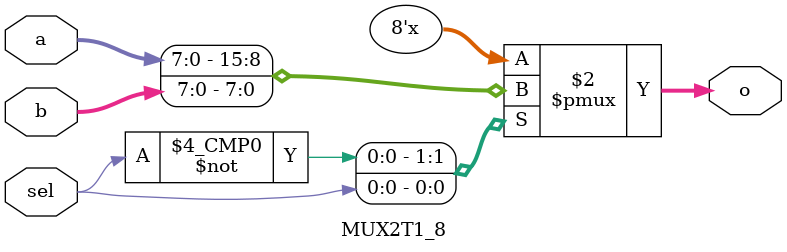
<source format=v>
`timescale 1ns / 1ps
module MUX2T1_8(	input [7:0] a,
						input [7:0] b,
						input sel,
						output reg [7:0] o
    );
	 
	always @ (*) begin
		case(sel)
			1'b0: begin o[7:0] = a[7:0]; end
			1'b1: begin o[7:0] = b[7:0]; end
		endcase
	end

endmodule

</source>
